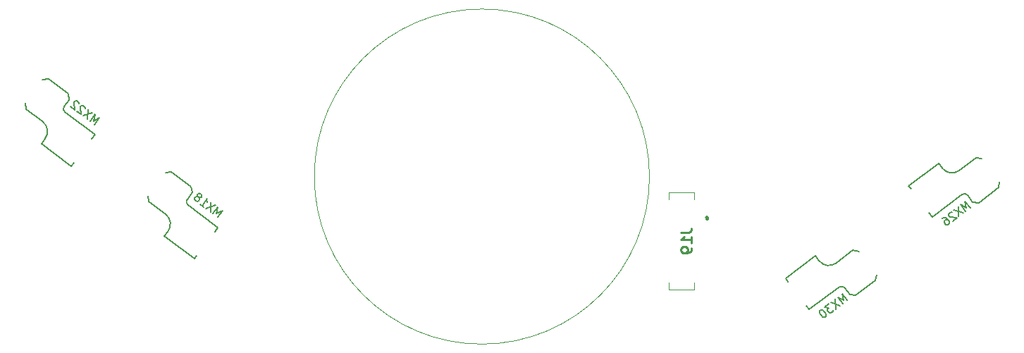
<source format=gbr>
G04 #@! TF.GenerationSoftware,KiCad,Pcbnew,(5.1.4)-1*
G04 #@! TF.CreationDate,2023-12-29T13:05:48-05:00*
G04 #@! TF.ProjectId,ThumbsUp,5468756d-6273-4557-902e-6b696361645f,rev?*
G04 #@! TF.SameCoordinates,Original*
G04 #@! TF.FileFunction,Legend,Bot*
G04 #@! TF.FilePolarity,Positive*
%FSLAX46Y46*%
G04 Gerber Fmt 4.6, Leading zero omitted, Abs format (unit mm)*
G04 Created by KiCad (PCBNEW (5.1.4)-1) date 2023-12-29 13:05:48*
%MOMM*%
%LPD*%
G04 APERTURE LIST*
%ADD10C,0.120000*%
%ADD11C,0.400000*%
%ADD12C,0.100000*%
%ADD13C,0.150000*%
%ADD14C,0.254000*%
G04 APERTURE END LIST*
D10*
X175230636Y-1490000D02*
G75*
G03X175230636Y-1490000I-20130636J0D01*
G01*
D11*
X182120000Y-6500000D02*
G75*
G03X182120000Y-6400000I0J50000D01*
G01*
X182120000Y-6400000D02*
G75*
G03X182120000Y-6500000I0J-50000D01*
G01*
X182120000Y-6400000D02*
X182120000Y-6400000D01*
X182120000Y-6500000D02*
X182120000Y-6500000D01*
D12*
X180570000Y-15050000D02*
X180570000Y-14200000D01*
X177570000Y-15050000D02*
X180570000Y-15050000D01*
X177570000Y-14200000D02*
X177570000Y-15050000D01*
X180570000Y-3350000D02*
X180570000Y-4200000D01*
X177570000Y-3350000D02*
X180570000Y-3350000D01*
X177570000Y-4200000D02*
X177570000Y-3350000D01*
D13*
X191577305Y-13729297D02*
X191878212Y-14128615D01*
X197999696Y-14774716D02*
G75*
G02X198699921Y-14873127I300907J-399318D01*
G01*
X202397867Y-13964728D02*
X200001961Y-15770173D01*
X202496278Y-13264502D02*
X202397867Y-13964728D01*
X199689700Y-10370868D02*
X197693111Y-11875405D01*
X194044747Y-17003703D02*
X194405836Y-17482884D01*
X200389925Y-10469278D02*
X199689700Y-10370868D01*
X194405836Y-17482884D02*
X197999695Y-14774717D01*
X198699921Y-14873127D02*
X199301736Y-15671762D01*
X200001961Y-15770173D02*
X199301736Y-15671762D01*
X197693112Y-11875406D02*
G75*
G02X195592435Y-11580175I-902723J1197954D01*
G01*
X195171165Y-11021130D02*
X191577305Y-13729297D01*
X195592435Y-11580175D02*
X195171165Y-11021130D01*
X120550435Y-11365992D02*
X120851343Y-10966674D01*
X119785105Y-4904237D02*
G75*
G02X119686696Y-4204012I300908J399317D01*
G01*
X117794194Y-899706D02*
X120190100Y-2705151D01*
X117093969Y-998117D02*
X117794194Y-899706D01*
X115086026Y-4493566D02*
X117082615Y-5998104D01*
X123017877Y-8091586D02*
X123378966Y-7612405D01*
X114987616Y-3793341D02*
X115086026Y-4493566D01*
X123378966Y-7612405D02*
X119785106Y-4904237D01*
X119686696Y-4204012D02*
X120288511Y-3405377D01*
X120190100Y-2705151D02*
X120288511Y-3405377D01*
X117082615Y-5998104D02*
G75*
G02X117377846Y-8098779I-902722J-1197953D01*
G01*
X116956575Y-8657824D02*
X120550435Y-11365992D01*
X117377846Y-8098779D02*
X116956575Y-8657824D01*
X105775678Y-232415D02*
X106076586Y166903D01*
X105010348Y6229340D02*
G75*
G02X104911939Y6929565I300908J399317D01*
G01*
X103019437Y10233871D02*
X105415343Y8428426D01*
X102319212Y10135460D02*
X103019437Y10233871D01*
X100311269Y6640011D02*
X102307858Y5135473D01*
X108243120Y3041991D02*
X108604209Y3521172D01*
X100212859Y7340236D02*
X100311269Y6640011D01*
X108604209Y3521172D02*
X105010349Y6229340D01*
X104911939Y6929565D02*
X105513754Y7728200D01*
X105415343Y8428426D02*
X105513754Y7728200D01*
X102307858Y5135473D02*
G75*
G02X102603089Y3034798I-902722J-1197953D01*
G01*
X102181818Y2475753D02*
X105775678Y-232415D01*
X102603089Y3034798D02*
X102181818Y2475753D01*
X206352062Y-2595719D02*
X206652969Y-2995037D01*
X212774453Y-3641138D02*
G75*
G02X213474678Y-3739549I300907J-399318D01*
G01*
X217172624Y-2831150D02*
X214776718Y-4636595D01*
X217271035Y-2130924D02*
X217172624Y-2831150D01*
X214464457Y762710D02*
X212467868Y-741827D01*
X208819504Y-5870125D02*
X209180593Y-6349306D01*
X215164682Y664300D02*
X214464457Y762710D01*
X209180593Y-6349306D02*
X212774452Y-3641139D01*
X213474678Y-3739549D02*
X214076493Y-4538184D01*
X214776718Y-4636595D02*
X214076493Y-4538184D01*
X212467869Y-741828D02*
G75*
G02X210367192Y-446597I-902723J1197954D01*
G01*
X209945922Y112448D02*
X206352062Y-2595719D01*
X210367192Y-446597D02*
X209945922Y112448D01*
D14*
X179024523Y-8171904D02*
X179931666Y-8171904D01*
X180113095Y-8111428D01*
X180234047Y-7990476D01*
X180294523Y-7809047D01*
X180294523Y-7688095D01*
X180294523Y-9441904D02*
X180294523Y-8716190D01*
X180294523Y-9079047D02*
X179024523Y-9079047D01*
X179205952Y-8958095D01*
X179326904Y-8837142D01*
X179387380Y-8716190D01*
X180294523Y-10046666D02*
X180294523Y-10288571D01*
X180234047Y-10409523D01*
X180173571Y-10470000D01*
X179992142Y-10590952D01*
X179750238Y-10651428D01*
X179266428Y-10651428D01*
X179145476Y-10590952D01*
X179085000Y-10530476D01*
X179024523Y-10409523D01*
X179024523Y-10167619D01*
X179085000Y-10046666D01*
X179145476Y-9986190D01*
X179266428Y-9925714D01*
X179568809Y-9925714D01*
X179689761Y-9986190D01*
X179750238Y-10046666D01*
X179810714Y-10167619D01*
X179810714Y-10409523D01*
X179750238Y-10530476D01*
X179689761Y-10590952D01*
X179568809Y-10651428D01*
D13*
X198980296Y-16380255D02*
X198378481Y-15581620D01*
X198542137Y-16352679D01*
X197846057Y-15982830D01*
X198447872Y-16781465D01*
X197541815Y-16212093D02*
X197611206Y-17411938D01*
X197009391Y-16613303D02*
X198143630Y-17010728D01*
X196781210Y-16785250D02*
X196286816Y-17157802D01*
X196782291Y-17261439D01*
X196668200Y-17347413D01*
X196620798Y-17442759D01*
X196611425Y-17509447D01*
X196630711Y-17614165D01*
X196774000Y-17804316D01*
X196869346Y-17851719D01*
X196936034Y-17861091D01*
X197040752Y-17841806D01*
X197268934Y-17669859D01*
X197316337Y-17574513D01*
X197325709Y-17507825D01*
X195792423Y-17530354D02*
X195716362Y-17587670D01*
X195668960Y-17683016D01*
X195659587Y-17749704D01*
X195678873Y-17854422D01*
X195755474Y-18035201D01*
X195898763Y-18225353D01*
X196051425Y-18348816D01*
X196146771Y-18396218D01*
X196213459Y-18405591D01*
X196318177Y-18386305D01*
X196394238Y-18328990D01*
X196441641Y-18233644D01*
X196451013Y-18166955D01*
X196431728Y-18062237D01*
X196355126Y-17881458D01*
X196211837Y-17691307D01*
X196059175Y-17567844D01*
X195963829Y-17520441D01*
X195897141Y-17511069D01*
X195792423Y-17530354D01*
X123327899Y-6362333D02*
X123929714Y-5563697D01*
X123233634Y-5933546D01*
X123397290Y-5162487D01*
X122795475Y-5961123D01*
X123093048Y-4933224D02*
X121958809Y-5330650D01*
X122560624Y-4532014D02*
X122491233Y-5731860D01*
X121236234Y-4786151D02*
X121692597Y-5130045D01*
X121464416Y-4958098D02*
X122066231Y-4159462D01*
X122056318Y-4330869D01*
X122075062Y-4464245D01*
X122122465Y-4559591D01*
X121123765Y-3985893D02*
X121228484Y-4005179D01*
X121295172Y-3995806D01*
X121390518Y-3948403D01*
X121419176Y-3910373D01*
X121438461Y-3805655D01*
X121429089Y-3738967D01*
X121381686Y-3643621D01*
X121229565Y-3528989D01*
X121124847Y-3509704D01*
X121058158Y-3519076D01*
X120962812Y-3566479D01*
X120934155Y-3604509D01*
X120914869Y-3709228D01*
X120924242Y-3775916D01*
X120971644Y-3871262D01*
X121123765Y-3985893D01*
X121171168Y-4081239D01*
X121180540Y-4147927D01*
X121161255Y-4252646D01*
X121046623Y-4404767D01*
X120951277Y-4452169D01*
X120884589Y-4461542D01*
X120779871Y-4442256D01*
X120627750Y-4327625D01*
X120580347Y-4232279D01*
X120570975Y-4165591D01*
X120590260Y-4060872D01*
X120704892Y-3908751D01*
X120800238Y-3861349D01*
X120866926Y-3851976D01*
X120971644Y-3871262D01*
X108553142Y4771243D02*
X109154957Y5569879D01*
X108458877Y5200030D01*
X108622533Y5971089D01*
X108020718Y5172453D01*
X108318291Y6200352D02*
X107184052Y5802926D01*
X107785867Y6601562D02*
X107716476Y5401716D01*
X107462340Y6726106D02*
X107452967Y6792794D01*
X107405565Y6888140D01*
X107215413Y7031430D01*
X107110695Y7050715D01*
X107044007Y7041343D01*
X106948661Y6993940D01*
X106891345Y6917879D01*
X106843402Y6775131D01*
X106955871Y5974873D01*
X106461477Y6347425D01*
X106701734Y7299263D02*
X106692362Y7365951D01*
X106644959Y7461297D01*
X106454808Y7604587D01*
X106350090Y7623872D01*
X106283401Y7614500D01*
X106188055Y7567097D01*
X106130740Y7491037D01*
X106082796Y7348288D01*
X106195265Y6548030D01*
X105700872Y6920583D01*
X213755053Y-5246677D02*
X213153238Y-4448042D01*
X213316894Y-5219101D01*
X212620814Y-4849252D01*
X213222629Y-5647887D01*
X212316572Y-5078515D02*
X212385963Y-6278360D01*
X211784148Y-5479725D02*
X212918387Y-5877150D01*
X211575252Y-5756390D02*
X211508564Y-5747018D01*
X211403846Y-5766303D01*
X211213694Y-5909592D01*
X211166292Y-6004938D01*
X211156919Y-6071627D01*
X211176205Y-6176345D01*
X211233521Y-6252406D01*
X211357524Y-6337838D01*
X212157782Y-6450307D01*
X211663388Y-6822859D01*
X210377029Y-6540065D02*
X210529150Y-6425434D01*
X210633868Y-6406148D01*
X210700556Y-6415521D01*
X210862590Y-6472296D01*
X211015252Y-6595759D01*
X211244515Y-6900001D01*
X211263800Y-7004720D01*
X211254428Y-7071408D01*
X211207025Y-7166754D01*
X211054904Y-7281385D01*
X210950186Y-7300671D01*
X210883498Y-7291298D01*
X210788152Y-7243896D01*
X210644862Y-7053744D01*
X210625577Y-6949026D01*
X210634949Y-6882338D01*
X210682352Y-6786992D01*
X210834473Y-6672360D01*
X210939192Y-6653075D01*
X211005880Y-6662447D01*
X211101226Y-6709850D01*
M02*

</source>
